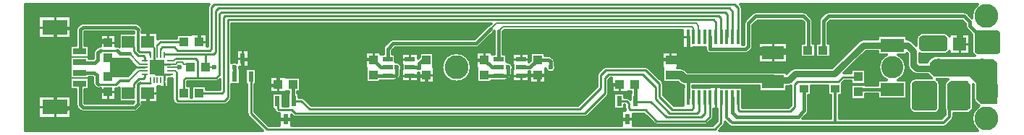
<source format=gtl>
G04 DesignSpark PCB Gerber Version 10.0 Build 5299*
G04 #@! TF.Part,Single*
G04 #@! TF.FileFunction,Copper,L1,Top*
G04 #@! TF.FilePolarity,Positive*
%FSLAX35Y35*%
%MOMM*%
G04 #@! TA.AperFunction,SMDPad,CuDef*
%ADD104R,0.20000X0.80000*%
%ADD113R,0.45000X1.80000*%
%ADD100R,0.60000X1.25000*%
%ADD105R,0.80000X0.20000*%
%ADD108R,1.15000X0.60000*%
%ADD114R,1.60000X0.75000*%
%ADD109R,1.00000X1.09000*%
%ADD101R,1.05000X0.85000*%
%ADD103R,1.09000X1.00000*%
%ADD111R,1.60000X1.00000*%
%ADD107R,1.52400X1.39700*%
%ADD112R,1.60000X1.50000*%
%ADD110R,2.70000X1.60000*%
%ADD102R,2.59080X1.60020*%
%ADD115R,3.00000X1.80000*%
%ADD106R,1.80000X1.80000*%
G04 #@! TD.AperFunction*
%ADD98C,0.16000*%
%ADD97C,0.18000*%
%ADD14C,0.20000*%
%ADD96C,0.20320*%
%ADD94C,0.25000*%
%ADD23C,0.25400*%
%ADD10C,0.30000*%
%ADD71C,0.38000*%
%ADD17C,0.38100*%
%ADD13C,0.60000*%
%ADD99C,0.80000*%
%ADD15C,1.00000*%
G04 #@! TA.AperFunction,ViaPad*
%ADD19C,2.00000*%
%ADD25C,2.60000*%
%ADD22C,2.80000*%
G04 #@! TD.AperFunction*
X0Y0D02*
D02*
D10*
X422050Y2109300D02*
Y629300D01*
X3195480D01*
X3025440Y799340D01*
G75*
G02*
X3012350Y830950I31610J31610D01*
G01*
Y1169500D01*
X2995050D01*
Y1358500D01*
X3119050D01*
Y1169500D01*
X3101750D01*
Y849470D01*
X3263520Y687700D01*
X3391650D01*
Y826300D01*
X3382000D01*
G75*
G02*
X3350320Y839460I0J44710D01*
G01*
X3337460Y852320D01*
G75*
G02*
X3324530Y879500I31550J31670D01*
G01*
X3305050D01*
Y1068500D01*
X3429050D01*
Y915700D01*
X3495050D01*
Y1068500D01*
X3499900D01*
Y1087300D01*
X3468050D01*
Y1078900D01*
X3278250D01*
Y1259700D01*
X3468050D01*
Y1251300D01*
X3637450D01*
Y1087300D01*
X3602000D01*
Y1068500D01*
X3619050D01*
Y1018700D01*
X3645940D01*
G75*
G02*
X3677610Y1005610I60J-44710D01*
G01*
X3760520Y922700D01*
X6887480D01*
X7108300Y1143520D01*
Y1280000D01*
G75*
G02*
X7121390Y1311610I44700J0D01*
G01*
X7176390Y1366610D01*
G75*
G02*
X7208060Y1379700I31610J-31620D01*
G01*
X7677940D01*
G75*
G02*
X7709610Y1366610I60J-44710D01*
G01*
X7868610Y1207610D01*
G75*
G02*
X7881700Y1176000I-31610J-31610D01*
G01*
Y1041520D01*
X8001520Y921700D01*
X8115050D01*
Y1136300D01*
X8118500D01*
Y1153140D01*
G75*
G02*
X8074120Y1176020I13600J80860D01*
G01*
X8051730Y1198400D01*
X8044050D01*
Y1193900D01*
X7880050D01*
Y1363300D01*
X7871650D01*
Y1553100D01*
X8052450D01*
Y1363300D01*
X8044050D01*
Y1362400D01*
X8085600D01*
G75*
G02*
X8143680Y1338380I90J-82000D01*
G01*
X8166070Y1316000D01*
X9162050D01*
G75*
G02*
X9189970Y1311100I0J-82000D01*
G01*
X9323600D01*
Y1292520D01*
X9375990Y1344910D01*
G75*
G02*
X9426950Y1366000I50910J-50910D01*
G01*
X9857180D01*
X10171390Y1680210D01*
G75*
G02*
X10222350Y1701300I50910J-50910D01*
G01*
X10395000D01*
Y1741300D01*
X10729000D01*
Y1701300D01*
X10737650D01*
G75*
G02*
X10788610Y1680210I50J-72000D01*
G01*
X10844220Y1624600D01*
Y1713000D01*
G75*
G02*
X10856790Y1743290I42780J0D01*
G01*
X10878710Y1765210D01*
G75*
G02*
X10909000Y1777780I30290J-30210D01*
G01*
X11171000D01*
G75*
G02*
X11201290Y1765210I0J-42780D01*
G01*
X11222210Y1744290D01*
G75*
G02*
X11226600Y1739160I-30200J-30290D01*
G01*
Y1759400D01*
X11467400D01*
Y1528600D01*
X11226600D01*
Y1556840D01*
G75*
G02*
X11222250Y1551750I-34600J25160D01*
G01*
X11205250Y1534750D01*
G75*
G02*
X11174910Y1522220I-30250J30250D01*
G01*
X10911090D01*
G75*
G02*
X10880750Y1534750I-90J42780D01*
G01*
X10880000Y1535500D01*
Y1428000D01*
X10964940D01*
G75*
G02*
X10975790Y1446290I41060J-11990D01*
G01*
X11020710Y1491210D01*
G75*
G02*
X11051000Y1503780I30290J-30210D01*
G01*
X11524720D01*
X11505750Y1522750D01*
G75*
G02*
X11493220Y1553000I30250J30250D01*
G01*
G75*
G02*
Y1553020I18790J10D01*
G01*
G75*
G02*
Y1553090I21800J40D01*
G01*
Y1757580D01*
X11429910Y1820890D01*
G75*
G02*
X11414950Y1857000I36090J36110D01*
G01*
Y1883850D01*
X11380550Y1918250D01*
X9834150D01*
X9805050Y1889150D01*
Y1651300D01*
X9837450D01*
Y1487300D01*
X9664450D01*
Y1651300D01*
X9702950D01*
Y1910300D01*
G75*
G02*
X9717910Y1946410I51050J0D01*
G01*
X9776890Y2005390D01*
G75*
G02*
X9813000Y2020350I36110J-36090D01*
G01*
X11401700D01*
G75*
G02*
X11437810Y2005390I0J-51050D01*
G01*
X11490890Y1952300D01*
G75*
G02*
X11490050Y1969300I171230J16980D01*
G01*
G75*
G02*
X11562130Y2109300I172000J0D01*
G01*
X8779630D01*
X8791470Y2097470D01*
G75*
G02*
X8804500Y2066000I-31470J-31460D01*
G01*
G75*
G02*
Y2065980I-15700J-10D01*
G01*
G75*
G02*
Y2065920I-15630J-30D01*
G01*
Y1846300D01*
X8809050D01*
Y1632050D01*
X8823850D01*
X8828950Y1637150D01*
Y1887300D01*
G75*
G02*
X8843910Y1923410I51050J0D01*
G01*
X8925890Y2005390D01*
G75*
G02*
X8962000Y2020350I36110J-36090D01*
G01*
X9522000D01*
G75*
G02*
X9558110Y2005390I0J-51050D01*
G01*
X9612090Y1951410D01*
G75*
G02*
X9627050Y1915300I-36090J-36110D01*
G01*
Y1651300D01*
X9659650D01*
Y1487300D01*
X9486650D01*
Y1651300D01*
X9524950D01*
Y1894150D01*
X9500850Y1918250D01*
X8983150D01*
X8931050Y1866150D01*
Y1616000D01*
G75*
G02*
X8916090Y1579890I-51050J0D01*
G01*
X8881110Y1544910D01*
G75*
G02*
X8845000Y1529950I-36110J36090D01*
G01*
X8430000D01*
G75*
G02*
X8393780Y1545020I0J51050D01*
G01*
X8393570Y1545230D01*
G75*
G02*
X8378500Y1581450I35980J36220D01*
G01*
Y1602300D01*
X8232450D01*
Y1593900D01*
X8106650D01*
Y1803000D01*
X6024400D01*
X6008050Y1786650D01*
Y1526000D01*
X6046500D01*
Y1439400D01*
X6054900D01*
Y1430590D01*
G75*
G02*
X6113050Y1333820I7100J-61590D01*
G01*
Y1291870D01*
G75*
G02*
Y1291780I-36060J-40D01*
G01*
G75*
G02*
Y1291750I-35810J-10D01*
G01*
G75*
G02*
X6098100Y1255650I-51050J0D01*
G01*
X6081050Y1238600D01*
G75*
G02*
X6046500Y1223670I-36100J36100D01*
G01*
Y1212000D01*
X5869050D01*
Y1193600D01*
X5705050D01*
Y1363000D01*
X5696650D01*
Y1552800D01*
X5877450D01*
Y1526000D01*
X5905950D01*
Y1794450D01*
G75*
G02*
X5896390Y1781190I-45660J22850D01*
G01*
X5730110Y1614910D01*
G75*
G02*
X5694000Y1599950I-36110J36090D01*
G01*
X4741150D01*
X4708100Y1566900D01*
Y1526000D01*
X4746550D01*
Y1439400D01*
X4754950D01*
Y1430590D01*
G75*
G02*
X4812660Y1333180I7100J-61600D01*
G01*
X4812050Y1284440D01*
G75*
G02*
X4797100Y1248850I-51050J510D01*
G01*
X4786150Y1237900D01*
G75*
G02*
X4749930Y1222950I-36100J36100D01*
G01*
X4746550D01*
Y1212000D01*
X4569050D01*
Y1193600D01*
X4405050D01*
Y1363000D01*
X4396650D01*
Y1552800D01*
X4577450D01*
Y1526000D01*
X4606000D01*
Y1588050D01*
G75*
G02*
X4620960Y1624160I51050J0D01*
G01*
X4683890Y1687090D01*
G75*
G02*
X4720000Y1702050I36110J-36090D01*
G01*
X5672850D01*
X5821060Y1850260D01*
G75*
G02*
X5851120Y1867820I39240J-32670D01*
G01*
X5866800Y1883500D01*
X2833500D01*
Y1423280D01*
G75*
G02*
X2891650Y1424790I30500J-53980D01*
G01*
Y1576900D01*
X3032450D01*
Y1371100D01*
X2925970D01*
G75*
G02*
X2926000Y1369300I-62000J-1930D01*
G01*
G75*
G02*
X2925050Y1358500I-62010J10D01*
G01*
X2929050D01*
Y1169500D01*
X2833500D01*
Y1016080D01*
G75*
G02*
Y1016020I-15630J-30D01*
G01*
G75*
G02*
Y1016000I-15700J-10D01*
G01*
G75*
G02*
X2820470Y984530I-44500J-10D01*
G01*
X2780470Y944530D01*
G75*
G02*
X2748920Y931500I-31460J31480D01*
G01*
X2201080D01*
G75*
G02*
X2169530Y944530I-90J44510D01*
G01*
X2153530Y960530D01*
G75*
G02*
X2140500Y992000I31470J31460D01*
G01*
G75*
G02*
Y992020I15700J10D01*
G01*
G75*
G02*
Y992080I15630J30D01*
G01*
Y1238900D01*
X2092450D01*
Y1138900D01*
X1991650D01*
Y1147300D01*
X1967950D01*
Y959050D01*
X1784120D01*
G75*
G02*
X1773150Y903200I-47070J-19760D01*
G01*
X1733160Y863210D01*
G75*
G02*
X1697050Y848250I-36110J36090D01*
G01*
X1092050D01*
G75*
G02*
X1055940Y863210I0J51050D01*
G01*
X1025960Y893190D01*
G75*
G02*
X1011000Y929300I36090J36110D01*
G01*
Y1112300D01*
X940050D01*
Y1626300D01*
X1011000D01*
Y1809300D01*
G75*
G02*
X1025960Y1845410I51050J0D01*
G01*
X1055940Y1875390D01*
G75*
G02*
X1092050Y1890350I36110J-36090D01*
G01*
X1707050D01*
G75*
G02*
X1743160Y1875390I0J-51050D01*
G01*
X1773150Y1845400D01*
G75*
G02*
X1784050Y1789370I-36110J-36100D01*
G01*
Y1779550D01*
X1967950D01*
Y1700880D01*
G75*
G02*
X1999300Y1713800I31350J-31580D01*
G01*
X2186650D01*
Y1751300D01*
X2356050D01*
Y1759700D01*
X2545850D01*
Y1614500D01*
X2550500D01*
Y2074000D01*
G75*
G02*
X2563590Y2105520I44500J0D01*
G01*
X2567370Y2109300D01*
X422050D01*
X8992100Y1659900D02*
X9332000D01*
Y1419100D01*
X8992100D01*
Y1659900D01*
X6613080Y1404550D02*
G75*
G02*
X6624070Y1369300I-51040J-35250D01*
G01*
G75*
G02*
X6502450Y1352140I-62020J0D01*
G01*
Y1185200D01*
X6321650D01*
Y1317950D01*
X6314900D01*
Y1203600D01*
X6119100D01*
Y1344400D01*
X6127500D01*
Y1393600D01*
X6119100D01*
Y1534400D01*
X6314900D01*
Y1432950D01*
X6330050Y1448100D01*
Y1544400D01*
X6494050D01*
Y1508950D01*
X6541100D01*
G75*
G02*
X6577210Y1493990I0J-51050D01*
G01*
X6598060Y1473130D01*
G75*
G02*
X6613050Y1437050I-36060J-36130D01*
G01*
X6613080Y1404550D01*
X5194050Y1375000D02*
X5202450D01*
Y1185200D01*
X5021650D01*
Y1303090D01*
G75*
G02*
X5014950Y1303820I3360J61910D01*
G01*
Y1203600D01*
X4819150D01*
Y1344400D01*
X4827550D01*
Y1393600D01*
X4819150D01*
Y1534400D01*
X5014950D01*
Y1474150D01*
X5030050Y1489250D01*
Y1544400D01*
X5194050D01*
Y1375000D01*
X5290050Y1369300D02*
G75*
G02*
X5634050I172000J0D01*
G01*
G75*
G02*
X5290050I-172000J0D01*
G01*
X571650Y1036150D02*
X952450D01*
Y775350D01*
X571650D01*
Y1036150D01*
Y1969600D02*
X952450D01*
Y1708800D01*
X571650D01*
Y1969600D01*
X437050Y905750D02*
G36*
X437050Y905750D02*
Y644300D01*
X3180480D01*
X3025440Y799340D01*
G75*
G02*
X3012350Y830930I31580J31590D01*
G01*
G75*
G02*
Y830950I60310J10D01*
G01*
Y905750D01*
X1775530D01*
G75*
G02*
X1773150Y903200I-38490J33530D01*
G01*
X1733160Y863210D01*
G75*
G02*
X1697050Y848250I-36130J36140D01*
G01*
X1092050D01*
G75*
G02*
X1055940Y863210I20J51100D01*
G01*
X1025960Y893190D01*
G75*
G02*
X1016760Y905750I36140J36120D01*
G01*
X952450D01*
Y775350D01*
X571650D01*
Y905750D01*
X437050D01*
G37*
X3101750D02*
G36*
X3101750Y905750D02*
Y849470D01*
X3263520Y687700D01*
X3391650D01*
Y826300D01*
X3382000D01*
G75*
G02*
X3350320Y839460I0J44710D01*
G01*
X3337460Y852320D01*
G75*
G02*
X3324530Y879500I31570J31680D01*
G01*
X3305050D01*
Y905750D01*
X3101750D01*
G37*
X437050Y1364800D02*
G36*
X437050Y1364800D02*
Y905750D01*
X571650D01*
Y1036150D01*
X952450D01*
Y905750D01*
X1016760D01*
G75*
G02*
X1011000Y929300I45340J23570D01*
G01*
Y1112300D01*
X940050D01*
Y1364800D01*
X437050D01*
G37*
X1788100Y939290D02*
G36*
X1788100Y939290D02*
G75*
G02*
X1775530Y905750I-51050J10D01*
G01*
X3012350D01*
Y1169500D01*
X2995050D01*
Y1358500D01*
X3119050D01*
Y1169500D01*
X3101750D01*
Y905750D01*
X3305050D01*
Y1068500D01*
X3429050D01*
Y915700D01*
X3495050D01*
Y1068500D01*
X3499900D01*
Y1087300D01*
X3468050D01*
Y1078900D01*
X3278250D01*
Y1259700D01*
X3468050D01*
Y1251300D01*
X3637450D01*
Y1087300D01*
X3602000D01*
Y1068500D01*
X3619050D01*
Y1018700D01*
X3645940D01*
G75*
G02*
X3677610Y1005610I60J-44700D01*
G01*
X3760520Y922700D01*
X6887480D01*
X7108300Y1143520D01*
Y1280000D01*
G75*
G02*
Y1280020I60310J10D01*
G01*
G75*
G02*
X7121390Y1311610I44670J0D01*
G01*
X7174580Y1364800D01*
X6623910D01*
G75*
G02*
X6502450Y1352140I-61860J4500D01*
G01*
Y1185200D01*
X6321650D01*
Y1317950D01*
X6314900D01*
Y1203600D01*
X6119100D01*
Y1344400D01*
X6127500D01*
Y1364800D01*
X6123850D01*
G75*
G02*
X6113050Y1333820I-61860J4190D01*
G01*
Y1291870D01*
Y1291780D01*
Y1291750D01*
G75*
G02*
Y1291720I-49110J-10D01*
G01*
G75*
G02*
X6098100Y1255650I-50990J0D01*
G01*
X6081050Y1238600D01*
G75*
G02*
X6046500Y1223670I-36130J36170D01*
G01*
Y1212000D01*
X5869050D01*
Y1193600D01*
X5705050D01*
Y1363000D01*
X5696650D01*
Y1364800D01*
X5633990D01*
G75*
G02*
X5290110I-171940J4500D01*
G01*
X5202450D01*
Y1185200D01*
X5021650D01*
Y1303090D01*
G75*
G02*
X5014950Y1303820I3080J59410D01*
G01*
Y1203600D01*
X4819150D01*
Y1344400D01*
X4827550D01*
Y1364800D01*
X4823910D01*
G75*
G02*
X4812660Y1333180I-61860J4200D01*
G01*
X4812050Y1284440D01*
G75*
G02*
X4797100Y1248850I-51050J510D01*
G01*
X4786150Y1237900D01*
G75*
G02*
X4749930Y1222950I-36090J36090D01*
G01*
X4746550D01*
Y1212000D01*
X4569050D01*
Y1193600D01*
X4405050D01*
Y1363000D01*
X4396650D01*
Y1364800D01*
X2925830D01*
G75*
G02*
X2925050Y1358500I-62250J4510D01*
G01*
X2929050D01*
Y1169500D01*
X2833500D01*
Y1016080D01*
Y1016020D01*
Y1016000D01*
G75*
G02*
X2820470Y984530I-44560J20D01*
G01*
X2780470Y944530D01*
G75*
G02*
X2748920Y931500I-31470J31490D01*
G01*
X2201080D01*
G75*
G02*
X2169530Y944530I-80J44520D01*
G01*
X2153530Y960530D01*
G75*
G02*
X2140500Y992000I31530J31490D01*
G01*
Y992020D01*
Y992080D01*
Y1238900D01*
X2092450D01*
Y1138900D01*
X1991650D01*
Y1147300D01*
X1967950D01*
Y959050D01*
X1784120D01*
G75*
G02*
X1788100Y939290I-47080J-19760D01*
G01*
G37*
X7711420Y1364800D02*
G36*
X7711420Y1364800D02*
X7868610Y1207610D01*
G75*
G02*
X7881700Y1176020I-31580J-31590D01*
G01*
G75*
G02*
Y1176000I-60310J-10D01*
G01*
Y1041520D01*
X8001520Y921700D01*
X8115050D01*
Y1136300D01*
X8118500D01*
Y1153140D01*
G75*
G02*
X8074120Y1176020I13620J80900D01*
G01*
X8051730Y1198400D01*
X8044050D01*
Y1193900D01*
X7880050D01*
Y1363300D01*
X7871650D01*
Y1364800D01*
X7711420D01*
G37*
X8044050Y1363300D02*
G36*
X8044050Y1363300D02*
Y1362400D01*
X8085600D01*
G75*
G02*
X8143680Y1338380I110J-81960D01*
G01*
X8166070Y1316000D01*
X9162050D01*
G75*
G02*
X9189970Y1311100I40J-81760D01*
G01*
X9323600D01*
Y1292520D01*
X9375990Y1344910D01*
G75*
G02*
X9413800Y1364800I50900J-50880D01*
G01*
X8052450D01*
Y1363300D01*
X8044050D01*
G37*
X437050Y1539500D02*
G36*
X437050Y1539500D02*
Y1364800D01*
X940050D01*
Y1539500D01*
X437050D01*
G37*
X2833500D02*
G36*
X2833500Y1539500D02*
Y1423280D01*
G75*
G02*
X2891650Y1424790I30500J-53960D01*
G01*
Y1539500D01*
X2833500D01*
G37*
X2926000Y1369300D02*
G36*
X2926000Y1369300D02*
G75*
G02*
X2925830Y1364800I-62430J110D01*
G01*
X4396650D01*
Y1539500D01*
X3032450D01*
Y1371100D01*
X2925970D01*
G75*
G02*
X2926000Y1369300I-81060J-2250D01*
G01*
G37*
X4577450Y1539500D02*
G36*
X4577450Y1539500D02*
Y1526000D01*
X4606000D01*
Y1539500D01*
X4577450D01*
G37*
X4708100D02*
G36*
X4708100Y1539500D02*
Y1526000D01*
X4746550D01*
Y1439400D01*
X4754950D01*
Y1430590D01*
G75*
G02*
X4824050Y1368990I7090J-61600D01*
G01*
G75*
G02*
X4823910Y1364800I-61940J-30D01*
G01*
X4827550D01*
Y1393600D01*
X4819150D01*
Y1534400D01*
X5014950D01*
Y1474150D01*
X5030050Y1489250D01*
Y1539500D01*
X4708100D01*
G37*
X5194050D02*
G36*
X5194050Y1539500D02*
Y1375000D01*
X5202450D01*
Y1364800D01*
X5290110D01*
G75*
G02*
X5290050Y1369300I171960J4540D01*
G01*
G75*
G02*
X5437230Y1539500I172000J0D01*
G01*
X5194050D01*
G37*
X5634050Y1369300D02*
G36*
X5634050Y1369300D02*
G75*
G02*
X5633990Y1364800I-172020J40D01*
G01*
X5696650D01*
Y1539500D01*
X5486870D01*
G75*
G02*
X5634050Y1369300I-24820J-170200D01*
G01*
G37*
X5877450Y1539500D02*
G36*
X5877450Y1539500D02*
Y1526000D01*
X5905950D01*
Y1539500D01*
X5877450D01*
G37*
X6008050D02*
G36*
X6008050Y1539500D02*
Y1526000D01*
X6046500D01*
Y1439400D01*
X6054900D01*
Y1430590D01*
G75*
G02*
X6124000Y1369000I7100J-61590D01*
G01*
G75*
G02*
X6123850Y1364800I-62040J110D01*
G01*
X6127500D01*
Y1393600D01*
X6119100D01*
Y1534400D01*
X6314900D01*
Y1432950D01*
X6330050Y1448100D01*
Y1539500D01*
X6008050D01*
G37*
X6494050D02*
G36*
X6494050Y1539500D02*
Y1508950D01*
X6541100D01*
G75*
G02*
X6577210Y1493990I-20J-51100D01*
G01*
X6598060Y1473130D01*
G75*
G02*
X6613050Y1437050I-36100J-36150D01*
G01*
X6613080Y1404550D01*
G75*
G02*
X6624070Y1369300I-51030J-35250D01*
G01*
G75*
G02*
X6623910Y1364800I-62030J-50D01*
G01*
X7174580D01*
X7176390Y1366610D01*
G75*
G02*
X7208060Y1379700I31610J-31610D01*
G01*
X7677940D01*
G75*
G02*
X7709610Y1366610I60J-44700D01*
G01*
X7711420Y1364800D01*
X7871650D01*
Y1539500D01*
X6494050D01*
G37*
X8052450D02*
G36*
X8052450Y1539500D02*
Y1364800D01*
X9413800D01*
G75*
G02*
X9426950Y1366000I13090J-70800D01*
G01*
X9857180D01*
X10030680Y1539500D01*
X9837450D01*
Y1487300D01*
X9664450D01*
Y1539500D01*
X9659650D01*
Y1487300D01*
X9486650D01*
Y1539500D01*
X9332000D01*
Y1419100D01*
X8992100D01*
Y1539500D01*
X8874730D01*
G75*
G02*
X8845000Y1529950I-29750J41550D01*
G01*
X8430000D01*
G75*
G02*
X8400270Y1539500I20J51110D01*
G01*
X8052450D01*
G37*
X10880000Y1535500D02*
G36*
X10880000Y1535500D02*
Y1428000D01*
X10964940D01*
G75*
G02*
X10975790Y1446290I41050J-11990D01*
G01*
X11020710Y1491210D01*
G75*
G02*
X11051000Y1503780I30300J-30230D01*
G01*
X11524720D01*
X11505750Y1522750D01*
G75*
G02*
X11495410Y1539500I30300J30270D01*
G01*
X11467400D01*
Y1528600D01*
X11226600D01*
Y1539500D01*
X11210000D01*
X11205250Y1534750D01*
G75*
G02*
X11174910Y1522220I-30250J30260D01*
G01*
X10911090D01*
G75*
G02*
X10880750Y1534750I-90J42790D01*
G01*
X10880000Y1535500D01*
G37*
X437050Y1839200D02*
G36*
X437050Y1839200D02*
Y1539500D01*
X940050D01*
Y1626300D01*
X1011000D01*
Y1809300D01*
G75*
G02*
X1020670Y1839200I51100J-10D01*
G01*
X952450D01*
Y1708800D01*
X571650D01*
Y1839200D01*
X437050D01*
G37*
X1784050Y1789370D02*
G36*
X1784050Y1789370D02*
Y1779550D01*
X1967950D01*
Y1700880D01*
G75*
G02*
X1999300Y1713800I31370J-31630D01*
G01*
X2186650D01*
Y1751300D01*
X2356050D01*
Y1759700D01*
X2545850D01*
Y1614500D01*
X2550500D01*
Y1839200D01*
X1778430D01*
G75*
G02*
X1788100Y1809300I-41390J-29900D01*
G01*
G75*
G02*
X1784050Y1789370I-51070J0D01*
G01*
G37*
X2833500Y1839200D02*
G36*
X2833500Y1839200D02*
Y1539500D01*
X2891650D01*
Y1576900D01*
X3032450D01*
Y1539500D01*
X4396650D01*
Y1552800D01*
X4577450D01*
Y1539500D01*
X4606000D01*
Y1588050D01*
G75*
G02*
X4620960Y1624160I51100J-20D01*
G01*
X4683890Y1687090D01*
G75*
G02*
X4720000Y1702050I36130J-36140D01*
G01*
X5672850D01*
X5810000Y1839200D01*
X2833500D01*
G37*
X4708100Y1566900D02*
G36*
X4708100Y1566900D02*
Y1539500D01*
X5030050D01*
Y1544400D01*
X5194050D01*
Y1539500D01*
X5437230D01*
G75*
G02*
X5486870I24820J-170220D01*
G01*
X5696650D01*
Y1552800D01*
X5877450D01*
Y1539500D01*
X5905950D01*
Y1794450D01*
G75*
G02*
X5896390Y1781190I-46060J23130D01*
G01*
X5730110Y1614910D01*
G75*
G02*
X5694000Y1599950I-36130J36140D01*
G01*
X4741150D01*
X4708100Y1566900D01*
G37*
X6008050Y1786650D02*
G36*
X6008050Y1786650D02*
Y1539500D01*
X6330050D01*
Y1544400D01*
X6494050D01*
Y1539500D01*
X7871650D01*
Y1553100D01*
X8052450D01*
Y1539500D01*
X8400270D01*
G75*
G02*
X8393780Y1545020I29750J41550D01*
G01*
X8393570Y1545230D01*
G75*
G02*
X8378500Y1581450I35990J36220D01*
G01*
Y1602300D01*
X8232450D01*
Y1593900D01*
X8106650D01*
Y1803000D01*
X6024400D01*
X6008050Y1786650D01*
G37*
X8809050Y1839200D02*
G36*
X8809050Y1839200D02*
Y1632050D01*
X8823850D01*
X8828950Y1637150D01*
Y1839200D01*
X8809050D01*
G37*
X8881110Y1544910D02*
G36*
X8881110Y1544910D02*
G75*
G02*
X8874730Y1539500I-36130J36140D01*
G01*
X8992100D01*
Y1659900D01*
X9332000D01*
Y1539500D01*
X9486650D01*
Y1651300D01*
X9524950D01*
Y1839200D01*
X8931050D01*
Y1616000D01*
G75*
G02*
X8916090Y1579890I-51100J20D01*
G01*
X8881110Y1544910D01*
G37*
X9627050Y1839200D02*
G36*
X9627050Y1839200D02*
Y1651300D01*
X9659650D01*
Y1539500D01*
X9664450D01*
Y1651300D01*
X9702950D01*
Y1839200D01*
X9627050D01*
G37*
X9805050D02*
G36*
X9805050Y1839200D02*
Y1651300D01*
X9837450D01*
Y1539500D01*
X10030680D01*
X10171390Y1680210D01*
G75*
G02*
X10222350Y1701300I50900J-50880D01*
G01*
X10395000D01*
Y1741300D01*
X10729000D01*
Y1701300D01*
X10737650D01*
G75*
G02*
X10788610Y1680210I60J-71970D01*
G01*
X10844220Y1624600D01*
Y1713000D01*
G75*
G02*
X10856790Y1743290I42800J-10D01*
G01*
X10878710Y1765210D01*
G75*
G02*
X10909000Y1777780I30300J-30230D01*
G01*
X11171000D01*
G75*
G02*
X11201290Y1765210I-10J-42800D01*
G01*
X11222210Y1744290D01*
G75*
G02*
X11226600Y1739160I-29820J-29960D01*
G01*
Y1759400D01*
X11467400D01*
Y1539500D01*
X11495410D01*
G75*
G02*
X11493220Y1553000I40640J13520D01*
G01*
Y1553020D01*
Y1553090D01*
Y1757580D01*
X11429910Y1820890D01*
G75*
G02*
X11418160Y1839200I36140J36120D01*
G01*
X9805050D01*
G37*
X11222250Y1551750D02*
G36*
X11222250Y1551750D02*
X11210000Y1539500D01*
X11226600D01*
Y1556840D01*
G75*
G02*
X11222250Y1551750I-35550J25980D01*
G01*
G37*
X437050Y2094300D02*
G36*
X437050Y2094300D02*
Y1839200D01*
X571650D01*
Y1969600D01*
X952450D01*
Y1839200D01*
X1020670D01*
G75*
G02*
X1025960Y1845410I41430J-29930D01*
G01*
X1055940Y1875390D01*
G75*
G02*
X1092050Y1890350I36130J-36140D01*
G01*
X1707050D01*
G75*
G02*
X1743160Y1875390I-20J-51100D01*
G01*
X1773150Y1845400D01*
G75*
G02*
X1778430Y1839200I-36110J-36100D01*
G01*
X2550500D01*
Y2074000D01*
G75*
G02*
X2555400Y2094300I44490J0D01*
G01*
X437050D01*
G37*
X2833500Y1883500D02*
G36*
X2833500Y1883500D02*
Y1839200D01*
X5810000D01*
X5821060Y1850260D01*
G75*
G02*
X5851120Y1867820I39260J-32700D01*
G01*
X5866800Y1883500D01*
X2833500D01*
G37*
X8804500Y2065920D02*
G36*
X8804500Y2065920D02*
Y1846300D01*
X8809050D01*
Y1839200D01*
X8828950D01*
Y1887300D01*
G75*
G02*
X8843910Y1923410I51100J-20D01*
G01*
X8925890Y2005390D01*
G75*
G02*
X8962000Y2020350I36130J-36140D01*
G01*
X9522000D01*
G75*
G02*
X9558110Y2005390I-20J-51100D01*
G01*
X9612090Y1951410D01*
G75*
G02*
X9627050Y1915300I-36140J-36130D01*
G01*
Y1839200D01*
X9702950D01*
Y1910300D01*
G75*
G02*
X9717910Y1946410I51100J-20D01*
G01*
X9776890Y2005390D01*
G75*
G02*
X9813000Y2020350I36130J-36140D01*
G01*
X11401700D01*
G75*
G02*
X11437810Y2005390I-20J-51100D01*
G01*
X11490890Y1952300D01*
G75*
G02*
X11490050Y1969300I171560J17000D01*
G01*
G75*
G02*
X11543900Y2094300I172020J-10D01*
G01*
X8794350D01*
G75*
G02*
X8804500Y2066000I-34410J-28310D01*
G01*
Y2065980D01*
Y2065920D01*
G37*
X8931050Y1866150D02*
G36*
X8931050Y1866150D02*
Y1839200D01*
X9524950D01*
Y1894150D01*
X9500850Y1918250D01*
X8983150D01*
X8931050Y1866150D01*
G37*
X9805050Y1889150D02*
G36*
X9805050Y1889150D02*
Y1839200D01*
X11418160D01*
G75*
G02*
X11414950Y1857000I47890J17830D01*
G01*
Y1883850D01*
X11380550Y1918250D01*
X9834150D01*
X9805050Y1889150D01*
G37*
X1113100Y1112300D02*
Y950450D01*
X1113200Y950350D01*
X1675900D01*
X1690050Y964500D01*
Y967450D01*
X1514550D01*
Y1126740D01*
G75*
G02*
X1477450Y1119080I-28120J42540D01*
G01*
Y985500D01*
X1296650D01*
Y1123050D01*
G75*
G02*
X1238900Y1133180I-21650J46230D01*
G01*
X1218910Y1153170D01*
G75*
G02*
X1203950Y1189280I36090J36110D01*
G01*
Y1253850D01*
X1203850Y1253950D01*
X1164050D01*
Y1112300D01*
X1113100D01*
G36*
X1113100Y1112300D02*
Y950450D01*
X1113200Y950350D01*
X1675900D01*
X1690050Y964500D01*
Y967450D01*
X1514550D01*
Y1126740D01*
G75*
G02*
X1477450Y1119080I-28120J42540D01*
G01*
Y985500D01*
X1296650D01*
Y1123050D01*
G75*
G02*
X1238900Y1133180I-21650J46230D01*
G01*
X1218910Y1153170D01*
G75*
G02*
X1203950Y1189280I36090J36110D01*
G01*
Y1253850D01*
X1203850Y1253950D01*
X1164050D01*
Y1112300D01*
X1113100D01*
G37*
Y1788150D02*
Y1626300D01*
X1164050D01*
Y1476050D01*
X1213850D01*
X1213950Y1476150D01*
Y1539280D01*
G75*
G02*
X1228910Y1575390I51050J0D01*
G01*
X1258900Y1605380D01*
G75*
G02*
X1296650Y1620300I36090J-36100D01*
G01*
Y1753100D01*
X1477450D01*
Y1618940D01*
G75*
G02*
X1514550Y1613650I11850J-49660D01*
G01*
Y1771150D01*
X1690050D01*
Y1784100D01*
X1685900Y1788250D01*
X1113200D01*
X1113100Y1788150D01*
G36*
X1113100Y1788150D02*
Y1626300D01*
X1164050D01*
Y1476050D01*
X1213850D01*
X1213950Y1476150D01*
Y1539280D01*
G75*
G02*
X1228910Y1575390I51050J0D01*
G01*
X1258900Y1605380D01*
G75*
G02*
X1296650Y1620300I36090J-36100D01*
G01*
Y1753100D01*
X1477450D01*
Y1618940D01*
G75*
G02*
X1514550Y1613650I11850J-49660D01*
G01*
Y1771150D01*
X1690050D01*
Y1784100D01*
X1685900Y1788250D01*
X1113200D01*
X1113100Y1788150D01*
G37*
X1752750Y1549300D02*
X1737050Y1565000D01*
Y1809300D01*
X1761350Y1189300D02*
X1737050Y1165000D01*
Y939300D01*
X2317500Y1204800D02*
Y1151300D01*
X2359650D01*
Y1020500D01*
X2364450D01*
Y1151300D01*
X2537450D01*
Y1114000D01*
X2695300D01*
Y1228380D01*
X2684610Y1217690D01*
G75*
G02*
X2652940Y1204600I-31610J31620D01*
G01*
X2437050D01*
G75*
G02*
X2432830Y1204800I0J44660D01*
G01*
X2317500D01*
G36*
X2317500Y1204800D02*
Y1151300D01*
X2359650D01*
Y1020500D01*
X2364450D01*
Y1151300D01*
X2537450D01*
Y1114000D01*
X2695300D01*
Y1228380D01*
X2684610Y1217690D01*
G75*
G02*
X2652940Y1204600I-31610J31620D01*
G01*
X2437050D01*
G75*
G02*
X2432830Y1204800I0J44660D01*
G01*
X2317500D01*
G37*
X3532450Y809330D02*
Y687700D01*
X7391650D01*
Y867200D01*
X7439500D01*
G75*
G02*
X7431300Y893000I36500J25800D01*
G01*
Y929480D01*
X7431180Y929600D01*
X7429050D01*
Y879800D01*
X7305050D01*
Y1068800D01*
X7429050D01*
Y1019000D01*
X7449640D01*
G75*
G02*
X7481310Y1005910I60J-44710D01*
G01*
X7495050Y992170D01*
Y1068800D01*
X7506950D01*
Y1087300D01*
X7468050D01*
Y1078900D01*
X7278250D01*
Y1241300D01*
X7263520D01*
X7245700Y1223480D01*
Y1066000D01*
G75*
G02*
X7232610Y1034390I-44700J0D01*
G01*
X6996610Y798390D01*
G75*
G02*
X6964940Y785300I-31610J31620D01*
G01*
X3575000D01*
G75*
G02*
X3543320Y798460I0J44710D01*
G01*
X3532450Y809330D01*
G36*
X3532450Y809330D02*
Y687700D01*
X7391650D01*
Y867200D01*
X7439500D01*
G75*
G02*
X7431300Y893000I36500J25800D01*
G01*
Y929480D01*
X7431180Y929600D01*
X7429050D01*
Y879800D01*
X7305050D01*
Y1068800D01*
X7429050D01*
Y1019000D01*
X7449640D01*
G75*
G02*
X7481310Y1005910I60J-44710D01*
G01*
X7495050Y992170D01*
Y1068800D01*
X7506950D01*
Y1087300D01*
X7468050D01*
Y1078900D01*
X7278250D01*
Y1241300D01*
X7263520D01*
X7245700Y1223480D01*
Y1066000D01*
G75*
G02*
X7232610Y1034390I-44700J0D01*
G01*
X6996610Y798390D01*
G75*
G02*
X6964940Y785300I-31610J31620D01*
G01*
X3575000D01*
G75*
G02*
X3543320Y798460I0J44710D01*
G01*
X3532450Y809330D01*
G37*
X7532450Y825300D02*
Y687700D01*
X8465480D01*
X8513300Y735520D01*
Y883900D01*
X8472700D01*
Y795000D01*
G75*
G02*
X8459610Y763390I-44700J0D01*
G01*
X8405610Y709390D01*
G75*
G02*
X8373940Y696300I-31610J31620D01*
G01*
X7805060D01*
G75*
G02*
X7773390Y709390I-60J44710D01*
G01*
X7657480Y825300D01*
X7532450D01*
G36*
X7532450Y825300D02*
Y687700D01*
X8465480D01*
X8513300Y735520D01*
Y883900D01*
X8472700D01*
Y795000D01*
G75*
G02*
X8459610Y763390I-44700J0D01*
G01*
X8405610Y709390D01*
G75*
G02*
X8373940Y696300I-31610J31620D01*
G01*
X7805060D01*
G75*
G02*
X7773390Y709390I-60J44710D01*
G01*
X7657480Y825300D01*
X7532450D01*
G37*
X8220600Y1152000D02*
Y1136300D01*
X8431650D01*
Y1144700D01*
X8557450D01*
Y1136300D01*
X8809050D01*
Y897700D01*
X9348660D01*
X9377480Y926520D01*
Y1151870D01*
G75*
G02*
X9352130Y1147280I-25300J67420D01*
G01*
X9323600D01*
Y1087100D01*
X9000500D01*
Y1152000D01*
X8220600D01*
G36*
X8220600Y1152000D02*
Y1136300D01*
X8431650D01*
Y1144700D01*
X8557450D01*
Y1136300D01*
X8809050D01*
Y897700D01*
X9348660D01*
X9377480Y926520D01*
Y1151870D01*
G75*
G02*
X9352130Y1147280I-25300J67420D01*
G01*
X9323600D01*
Y1087100D01*
X9000500D01*
Y1152000D01*
X8220600D01*
G37*
X8589610Y685390D02*
X8533520Y629300D01*
X11562130D01*
G75*
G02*
X11576600Y918570I99920J140000D01*
G01*
G75*
G02*
X11571710Y922790I25420J34400D01*
G01*
X11524790Y969710D01*
G75*
G02*
X11512220Y1000000I30210J30290D01*
G01*
Y1165280D01*
X11511690Y1165810D01*
G75*
G02*
X11511780Y1163000I-42660J-2770D01*
G01*
Y901390D01*
G75*
G02*
Y901320I-21800J-30D01*
G01*
G75*
G02*
Y901300I-18790J-10D01*
G01*
G75*
G02*
X11499250Y871050I-42780J0D01*
G01*
X11467250Y839050D01*
G75*
G02*
X11436910Y826520I-30250J30250D01*
G01*
X11278000D01*
Y788390D01*
G75*
G02*
Y788320I-20780J-30D01*
G01*
G75*
G02*
Y788300I-18190J-10D01*
G01*
G75*
G02*
X11263060Y752240I-51000J0D01*
G01*
X11194060Y683240D01*
G75*
G02*
X11157910Y668300I-36070J36060D01*
G01*
X8686090D01*
G75*
G02*
X8649940Y683240I-80J51000D01*
G01*
X8602700Y730480D01*
Y717000D01*
G75*
G02*
X8589610Y685390I-44700J0D01*
G01*
G36*
X8589610Y685390D02*
X8533520Y629300D01*
X11562130D01*
G75*
G02*
X11576600Y918570I99920J140000D01*
G01*
G75*
G02*
X11571710Y922790I25420J34400D01*
G01*
X11524790Y969710D01*
G75*
G02*
X11512220Y1000000I30210J30290D01*
G01*
Y1165280D01*
X11511690Y1165810D01*
G75*
G02*
X11511780Y1163000I-42660J-2770D01*
G01*
Y901390D01*
G75*
G02*
Y901320I-21800J-30D01*
G01*
G75*
G02*
Y901300I-18790J-10D01*
G01*
G75*
G02*
X11499250Y871050I-42780J0D01*
G01*
X11467250Y839050D01*
G75*
G02*
X11436910Y826520I-30250J30250D01*
G01*
X11278000D01*
Y788390D01*
G75*
G02*
Y788320I-20780J-30D01*
G01*
G75*
G02*
Y788300I-18190J-10D01*
G01*
G75*
G02*
X11263060Y752240I-51000J0D01*
G01*
X11194060Y683240D01*
G75*
G02*
X11157910Y668300I-36070J36060D01*
G01*
X8686090D01*
G75*
G02*
X8649940Y683240I-80J51000D01*
G01*
X8602700Y730480D01*
Y717000D01*
G75*
G02*
X8589610Y685390I-44700J0D01*
G01*
G37*
X9568080Y825190D02*
X9513200Y770300D01*
X9845000D01*
Y1044800D01*
X9807550D01*
Y1154300D01*
X9616550D01*
Y1044800D01*
X9583100D01*
X9583050Y861290D01*
G75*
G02*
X9568080Y825190I-51060J20D01*
G01*
G36*
X9568080Y825190D02*
X9513200Y770300D01*
X9845000D01*
Y1044800D01*
X9807550D01*
Y1154300D01*
X9616550D01*
Y1044800D01*
X9583100D01*
X9583050Y861290D01*
G75*
G02*
X9568080Y825190I-51060J20D01*
G01*
G37*
X9947000Y1044800D02*
Y770300D01*
X11136880D01*
X11176000Y809430D01*
Y872090D01*
G75*
G02*
X11174220Y884300I40990J12210D01*
G01*
Y1173000D01*
G75*
G02*
X11186790Y1203290I42780J0D01*
G01*
X11212710Y1229210D01*
G75*
G02*
X11213750Y1230220I30250J-30110D01*
G01*
X11082250D01*
G75*
G02*
X11083290Y1229210I-29210J-31120D01*
G01*
X11104210Y1208290D01*
G75*
G02*
X11116780Y1178000I-30210J-30290D01*
G01*
Y886390D01*
G75*
G02*
Y886320I-21800J-30D01*
G01*
G75*
G02*
Y886300I-18790J-10D01*
G01*
G75*
G02*
X11104250Y856050I-42780J0D01*
G01*
X11087250Y839050D01*
G75*
G02*
X11056910Y826520I-30250J30250D01*
G01*
X10824090D01*
G75*
G02*
X10793750Y839050I-90J42780D01*
G01*
X10769750Y863050D01*
G75*
G02*
X10757220Y893300I30250J30250D01*
G01*
G75*
G02*
Y893320I18790J10D01*
G01*
G75*
G02*
Y893390I21800J40D01*
G01*
Y1177000D01*
G75*
G02*
X10769790Y1207290I42780J0D01*
G01*
X10791710Y1229210D01*
G75*
G02*
X10822000Y1241780I30290J-30210D01*
G01*
X11019750D01*
G75*
G02*
X11018710Y1242790I29210J31120D01*
G01*
X10977500Y1284000D01*
X10848050D01*
G75*
G02*
X10797090Y1305090I-50J72000D01*
G01*
X10757090Y1345090D01*
G75*
G02*
X10736000Y1396000I50910J50910D01*
G01*
Y1529180D01*
X10729000Y1536180D01*
Y1517300D01*
X10627880D01*
G75*
G02*
Y1221300I-65880J-148000D01*
G01*
X10729000D01*
Y997300D01*
X10395000D01*
Y1058250D01*
X10244050D01*
Y993900D01*
X10080050D01*
Y1166900D01*
X10244050D01*
Y1160350D01*
X10395000D01*
Y1221300D01*
X10496120D01*
G75*
G02*
Y1517300I65880J148000D01*
G01*
X10395000D01*
Y1557300D01*
X10252120D01*
X9997520Y1302700D01*
X10080050D01*
Y1344700D01*
X10244050D01*
Y1171700D01*
X10080050D01*
Y1213300D01*
X10000520D01*
X9976550Y1189330D01*
Y1044800D01*
X9947000D01*
G36*
X9947000Y1044800D02*
Y770300D01*
X11136880D01*
X11176000Y809430D01*
Y872090D01*
G75*
G02*
X11174220Y884300I40990J12210D01*
G01*
Y1173000D01*
G75*
G02*
X11186790Y1203290I42780J0D01*
G01*
X11212710Y1229210D01*
G75*
G02*
X11213750Y1230220I30250J-30110D01*
G01*
X11082250D01*
G75*
G02*
X11083290Y1229210I-29210J-31120D01*
G01*
X11104210Y1208290D01*
G75*
G02*
X11116780Y1178000I-30210J-30290D01*
G01*
Y886390D01*
G75*
G02*
Y886320I-21800J-30D01*
G01*
G75*
G02*
Y886300I-18790J-10D01*
G01*
G75*
G02*
X11104250Y856050I-42780J0D01*
G01*
X11087250Y839050D01*
G75*
G02*
X11056910Y826520I-30250J30250D01*
G01*
X10824090D01*
G75*
G02*
X10793750Y839050I-90J42780D01*
G01*
X10769750Y863050D01*
G75*
G02*
X10757220Y893300I30250J30250D01*
G01*
G75*
G02*
Y893320I18790J10D01*
G01*
G75*
G02*
Y893390I21800J40D01*
G01*
Y1177000D01*
G75*
G02*
X10769790Y1207290I42780J0D01*
G01*
X10791710Y1229210D01*
G75*
G02*
X10822000Y1241780I30290J-30210D01*
G01*
X11019750D01*
G75*
G02*
X11018710Y1242790I29210J31120D01*
G01*
X10977500Y1284000D01*
X10848050D01*
G75*
G02*
X10797090Y1305090I-50J72000D01*
G01*
X10757090Y1345090D01*
G75*
G02*
X10736000Y1396000I50910J50910D01*
G01*
Y1529180D01*
X10729000Y1536180D01*
Y1517300D01*
X10627880D01*
G75*
G02*
Y1221300I-65880J-148000D01*
G01*
X10729000D01*
Y997300D01*
X10395000D01*
Y1058250D01*
X10244050D01*
Y993900D01*
X10080050D01*
Y1166900D01*
X10244050D01*
Y1160350D01*
X10395000D01*
Y1221300D01*
X10496120D01*
G75*
G02*
Y1517300I65880J148000D01*
G01*
X10395000D01*
Y1557300D01*
X10252120D01*
X9997520Y1302700D01*
X10080050D01*
Y1344700D01*
X10244050D01*
Y1171700D01*
X10080050D01*
Y1213300D01*
X10000520D01*
X9976550Y1189330D01*
Y1044800D01*
X9947000D01*
G37*
D02*
D13*
X1562050Y1369300D03*
X2221000D03*
X2627000Y1370000D03*
X2864000Y1369300D03*
X4762050Y1369000D03*
X5025000Y1365000D03*
X6062000Y1369000D03*
X6562050Y1369300D03*
D02*
D14*
X1415000Y1475000D02*
X1625000D01*
X1725000Y1370700D01*
X1619300Y1265000D01*
X1415000D01*
Y1475000D01*
G36*
X1415000Y1475000D02*
X1625000D01*
X1725000Y1370700D01*
X1619300Y1265000D01*
X1415000D01*
Y1475000D01*
G37*
X1962050Y1519300D02*
Y1632050D01*
X2002050Y1519300D02*
Y1588050D01*
X2042050Y1519300D02*
X2043300D01*
X2047000Y1523000D01*
X2112050Y1329300D02*
X2167700D01*
X2185000Y1312000D01*
X2112050Y1369300D02*
X2221000D01*
X2112050Y1409300D02*
X2175300D01*
X2197000Y1431000D01*
X2253000D01*
X2274000Y1410000D01*
X2307450D01*
X2348150Y1369300D01*
X2112050Y1449300D02*
X2150300D01*
X2175000Y1474000D01*
X2627000Y1370000D02*
X2526650D01*
X2525950Y1369300D01*
X5860300Y1817600D02*
X5927700Y1885000D01*
X8266000D01*
X8295000Y1856000D01*
Y1728850D01*
X8299550Y1724300D01*
X5957000Y1795000D02*
X6007000Y1845000D01*
X8214000D01*
X8231000Y1828000D01*
Y1727850D01*
X8234550Y1724300D01*
X10800000Y893300D02*
X10824000Y869300D01*
X11057000D01*
X11074000Y886300D01*
Y1178000D01*
X11053000Y1199000D01*
X10822000D01*
X10800000Y1177000D01*
Y893300D01*
G36*
X10800000Y893300D02*
X10824000Y869300D01*
X11057000D01*
X11074000Y886300D01*
Y1178000D01*
X11053000Y1199000D01*
X10822000D01*
X10800000Y1177000D01*
Y893300D01*
G37*
X10887000Y1589000D02*
X10911000Y1565000D01*
X11175000D01*
X11192000Y1582000D01*
Y1714000D01*
X11171000Y1735000D01*
X10909000D01*
X10887000Y1713000D01*
Y1589000D01*
G36*
X10887000Y1589000D02*
X10911000Y1565000D01*
X11175000D01*
X11192000Y1582000D01*
Y1714000D01*
X11171000Y1735000D01*
X10909000D01*
X10887000Y1713000D01*
Y1589000D01*
G37*
X11217000Y884300D02*
X11232000Y869300D01*
X11437000D01*
X11469000Y901300D01*
Y1163000D01*
X11433000Y1199000D01*
X11243000D01*
X11217000Y1173000D01*
Y884300D01*
G36*
X11217000Y884300D02*
X11232000Y869300D01*
X11437000D01*
X11469000Y901300D01*
Y1163000D01*
X11433000Y1199000D01*
X11243000D01*
X11217000Y1173000D01*
Y884300D01*
G37*
X11536000Y1768000D02*
X11566000Y1798000D01*
X11790000D01*
X11810000Y1778000D01*
Y1551000D01*
X11788000Y1529000D01*
X11560000D01*
X11536000Y1553000D01*
Y1768000D01*
G36*
X11536000Y1768000D02*
X11566000Y1798000D01*
X11790000D01*
X11810000Y1778000D01*
Y1551000D01*
X11788000Y1529000D01*
X11560000D01*
X11536000Y1553000D01*
Y1768000D01*
G37*
X11782000Y953000D02*
Y1421000D01*
X11742000Y1461000D01*
X11051000D01*
X11006000Y1416000D01*
Y1316000D01*
X11049000Y1273000D01*
X11465000D01*
X11555000Y1183000D01*
Y1000000D01*
X11602000Y953000D01*
X11782000D01*
G36*
X11782000Y953000D02*
Y1421000D01*
X11742000Y1461000D01*
X11051000D01*
X11006000Y1416000D01*
Y1316000D01*
X11049000Y1273000D01*
X11465000D01*
X11555000Y1183000D01*
Y1000000D01*
X11602000Y953000D01*
X11782000D01*
G37*
D02*
D15*
X7962050Y1280400D02*
X8085700D01*
X8132100Y1234000D01*
X8169550Y1461000D02*
X7973150D01*
X9162050Y1234000D02*
X8132100D01*
X9162050Y1559280D02*
X8982180D01*
X8883900Y1461000D01*
X8169550D01*
D02*
D17*
X762050Y905750D02*
Y952000D01*
X738000D01*
X814450Y875550D01*
X888550D01*
X904000Y891000D01*
X961300D01*
X1023000Y829300D01*
X1851350D01*
X762050Y1245000D02*
Y905750D01*
Y1495000D02*
Y1245000D01*
Y1839200D02*
Y1843500D01*
X827850Y1909300D01*
Y1882150D01*
X878000Y1832000D01*
X960700D01*
X1038000Y1909300D01*
X1851350D01*
X762050Y1839200D02*
Y1495000D01*
X1185000Y1225000D02*
Y1159280D01*
X1245000Y1099280D01*
X1387050D01*
Y1080380D01*
X1275000Y1169280D02*
X1255000Y1189280D01*
Y1275000D01*
X1225000Y1305000D01*
X1053850D01*
X1295000Y1569280D02*
X1265000Y1539280D01*
Y1455000D01*
X1235000Y1425000D01*
X1058850D01*
X1387050Y1658180D02*
Y1685000D01*
X1258600D01*
X1185000Y1611400D01*
Y1525000D01*
X1635000Y1529300D02*
X1529280D01*
X1489300Y1569280D01*
X1737050Y939300D02*
X1697050Y899300D01*
X1092050D01*
X1062050Y929300D01*
Y1158850D01*
X1737050Y1809300D02*
X1707050Y1839300D01*
X1092050D01*
X1062050Y1809300D01*
Y1569750D01*
X1851350Y829300D02*
X2902000D01*
X2962000Y889300D01*
Y1463050D01*
X2962050Y1463100D01*
Y1474000D01*
X1851350Y1069300D02*
Y829300D01*
Y1669300D02*
Y1909300D01*
X2396650D01*
X2450950Y1855000D01*
Y1669300D01*
X2867050Y1264000D02*
Y1366250D01*
X2864000Y1369300D01*
X2962050Y1474000D02*
Y1469300D01*
X3573000D01*
X3462050Y764000D02*
X7075000D01*
X7076000Y763000D01*
X7276000D01*
X3462050Y764000D02*
X3329000D01*
X3246000Y847000D01*
Y1159000D01*
X3362850D01*
X3373150Y1169300D01*
X3550950D02*
Y980100D01*
X3557050Y974000D01*
X3573000Y1469300D02*
X4372000D01*
X3573000D02*
X3373150D01*
Y1169300D01*
X4372000Y1469300D02*
X4475650D01*
X4487050Y1457900D01*
X4657050Y1274000D02*
X4493150D01*
X4487050Y1280100D01*
X4657050Y1274000D02*
X4750050D01*
X4761000Y1284950D01*
X4762050Y1369000D01*
X4657050D02*
X4575950D01*
X4487050Y1457900D01*
X4657050Y1464000D02*
Y1588050D01*
X4720000Y1651000D01*
X5694000D01*
X5860300Y1817300D01*
Y1817600D01*
X4917050Y1274000D02*
X5105950D01*
X5112050Y1280100D01*
X4917050Y1369000D02*
X5021000D01*
X5025000Y1365000D01*
X5111000Y1108000D02*
Y1106000D01*
X4417000D01*
X4372000Y1151000D01*
Y1469300D01*
X5112050Y1280100D02*
Y1206000D01*
X5111000D01*
Y1108000D01*
X5112050Y1457900D02*
Y1465000D01*
X5078000D01*
X5025000Y1412000D01*
Y1365000D01*
X5650000Y1108000D02*
X5111000D01*
X5787050Y1457900D02*
X5686900D01*
X5650000Y1421000D01*
Y1108000D01*
X5957000Y1274000D02*
X5793150D01*
X5787050Y1280100D01*
X5957000Y1369000D02*
X5875950D01*
X5787050Y1457900D01*
X5957000Y1464000D02*
Y1795000D01*
X6062000Y1369000D02*
Y1291750D01*
X6044950Y1274700D01*
X5957700D01*
X5957000Y1274000D01*
X6217000Y1369000D02*
X6323150D01*
X6412050Y1457900D01*
Y1280100D02*
X6712000D01*
X6730000Y1298100D01*
Y1425400D01*
X6773900Y1469300D01*
X7962050D01*
Y1458200D01*
X6412050Y1280100D02*
X6419000Y1273150D01*
Y1109000D01*
X5762000D01*
Y1108000D01*
X5650000D01*
X6412050Y1280100D02*
X6223100D01*
X6217000Y1274000D01*
X6412050Y1457900D02*
X6541100D01*
X6562000Y1437000D01*
Y1386300D01*
X6562050Y1386250D01*
Y1369300D01*
X7276000Y763000D02*
X7450750D01*
X7452050Y764300D01*
X7462050D01*
X7373150Y1169300D02*
X7286300D01*
X7279000Y1162000D01*
Y785000D01*
X7276000Y782000D01*
Y763000D01*
X7550950Y1169300D02*
X7558000D01*
Y1056900D01*
X7557050Y1055950D01*
Y974300D01*
X7973150Y1461000D02*
X7970350Y1458200D01*
X7962050D01*
X8169550Y1014300D02*
Y1196550D01*
X8132100Y1234000D01*
X8169550Y1724300D02*
Y1461000D01*
X8429550Y1724300D02*
Y1581450D01*
X8430000Y1581000D01*
X8845000D01*
X8880000Y1616000D01*
Y1887300D01*
X8962000Y1969300D01*
X9522000D01*
X9576000Y1915300D01*
Y1598450D01*
X9573150Y1595600D01*
Y1569300D01*
X8689550Y1014300D02*
Y841750D01*
X8742000Y789300D01*
X9460000D01*
X9532000Y861300D01*
Y1062250D01*
X9532050Y1062300D01*
Y1119300D01*
X9162050Y1199120D02*
Y1234000D01*
Y1539480D02*
Y1559280D01*
X9750950Y1569300D02*
X9754000D01*
Y1910300D01*
X9813000Y1969300D01*
X11401700D01*
X11466000Y1905000D01*
Y1857000D01*
X11535000Y1788000D01*
X11761000D01*
X11790000Y1759000D01*
Y1671000D01*
X11750000D01*
X11777000Y1644000D01*
X11717000D01*
X10562000Y1109300D02*
X10190950D01*
X10162050Y1080400D01*
X11107000Y1368900D02*
X11607000D01*
D02*
D19*
X11107000D03*
X11607000D03*
D02*
D71*
X1630700Y1209280D02*
X1526420D01*
X1486420Y1169280D01*
X8624550Y1014300D02*
Y780750D01*
X8686000Y719300D01*
X9896000D01*
X9892050Y1119300D02*
X9896000D01*
Y719300D01*
X11158000D01*
X11227000Y788300D01*
Y1066000D01*
X11230000Y1069000D01*
X11347000D01*
D02*
D22*
X5462050Y1369300D03*
X11662050Y769300D03*
Y1969300D03*
D02*
D23*
X624750Y905750D02*
X571650D01*
X624750Y1839200D02*
X571650D01*
X762050Y828450D02*
Y775350D01*
Y983050D02*
Y1036150D01*
Y1761900D02*
Y1708800D01*
Y1916500D02*
Y1969600D01*
X899350Y905750D02*
X952450D01*
X899350Y1839200D02*
X952450D01*
X1053850Y1305000D02*
X1052050Y1306800D01*
X1349750Y1080380D02*
X1296650D01*
X1349750Y1658180D02*
X1296650D01*
X1387050Y1038580D02*
Y985500D01*
Y1699980D02*
Y1753100D01*
X1424350Y1080380D02*
X1477450D01*
X1424350Y1658180D02*
X1477450D01*
X1486420Y1169280D02*
X1275000D01*
X1812050Y1289300D02*
Y1252050D01*
X1795000Y1235000D01*
X1745000D01*
X1685000Y1175000D01*
Y1131550D01*
X1622750Y1069300D01*
X1812050Y1369300D02*
X1562050D01*
X1812050Y1449300D02*
Y1487950D01*
X1795000Y1505000D01*
X1735000D01*
X1685000Y1555000D01*
Y1607050D01*
X1622750Y1669300D01*
X1851350Y1012150D02*
Y959050D01*
Y1726450D02*
Y1779550D01*
X1875000Y1549300D02*
X1752750D01*
X1879000Y1189300D02*
X1761350D01*
X1914850Y1069300D02*
X1967950D01*
X2042050Y1192000D02*
Y1138900D01*
X2112050Y1289300D02*
X1942050D01*
X1962050Y1369300D01*
X2112050Y1409300D02*
X1902050D01*
X1962050Y1369300D01*
X2437050Y1249300D02*
X2653000D01*
X2691000Y1287300D01*
Y1995000D01*
X2715000Y2019000D01*
X8602000D01*
X8628000Y1993000D01*
Y1727750D01*
X8624550Y1724300D01*
X2450950Y1069300D02*
X2718300D01*
X2740000Y1091000D01*
Y1955000D01*
X2758000Y1973000D01*
X8532000D01*
X8555000Y1950000D01*
Y1728850D01*
X8559550Y1724300D01*
X2450950Y1706600D02*
Y1759700D01*
X2492750Y1669300D02*
X2545850D01*
X2524000Y1523000D02*
X2616000D01*
X2641000Y1548000D01*
Y2031000D01*
X2675000Y2065000D01*
X8652000D01*
X8691000Y2026000D01*
Y1725750D01*
X8689550Y1724300D01*
X2944750Y1474000D02*
X2891650D01*
X2962050Y1424200D02*
Y1371100D01*
Y1523800D02*
Y1576900D01*
X2979350Y1474000D02*
X3032450D01*
X3057050Y1264000D02*
Y830950D01*
X3245000Y643000D01*
X8484000D01*
X8558000Y717000D01*
Y1012750D01*
X8559550Y1014300D01*
X3331350Y1169300D02*
X3278250D01*
X3373150Y1132000D02*
Y1078900D01*
Y1206600D02*
Y1259700D01*
X3444750Y764000D02*
X3391650D01*
X3479350D02*
X3532450D01*
X3557050Y974000D02*
X3646000D01*
X3742000Y878000D01*
X6906000D01*
X7153000Y1125000D01*
Y1280000D01*
X7208000Y1335000D01*
X7678000D01*
X7837000Y1176000D01*
Y1023000D01*
X7983000Y877000D01*
X8217000D01*
X8236000Y896000D01*
Y1012850D01*
X8234550Y1014300D01*
X4449750Y1457900D02*
X4396650D01*
X4487050Y1499700D02*
Y1552800D01*
X4872250Y1274000D02*
X4819150D01*
X4872250Y1464000D02*
X4819150D01*
X4917050Y1256700D02*
Y1203600D01*
Y1481300D02*
Y1534400D01*
X4961850Y1274000D02*
X5014950D01*
X5074750Y1280100D02*
X5021650D01*
X5112050Y1238300D02*
Y1185200D01*
X5149350Y1280100D02*
X5202450D01*
X5749750Y1457900D02*
X5696650D01*
X5787050Y1499700D02*
Y1552800D01*
X6172200Y1274000D02*
X6119100D01*
X6172200Y1464000D02*
X6119100D01*
X6217000Y1256700D02*
Y1203600D01*
Y1481300D02*
Y1534400D01*
X6261800Y1274000D02*
X6314900D01*
X6261800Y1464000D02*
X6314900D01*
X6374750Y1280100D02*
X6321650D01*
X6412050Y1238300D02*
Y1185200D01*
X6449350Y1280100D02*
X6502450D01*
X7331350Y1169300D02*
X7278250D01*
X7367050Y974300D02*
X7449700D01*
X7476000Y948000D01*
Y893000D01*
X7499000Y870000D01*
X7676000D01*
X7805000Y741000D01*
X8374000D01*
X8428000Y795000D01*
Y1009850D01*
X8429550Y1011400D01*
Y1014300D01*
X7373150Y1132000D02*
Y1078900D01*
X7444750Y764300D02*
X7391650D01*
X7479350D02*
X7532450D01*
X7924750Y1458200D02*
X7871650D01*
X7962050Y1500000D02*
Y1553100D01*
X7999350Y1458200D02*
X8052450D01*
X8159750Y1724300D02*
X8106650D01*
X8169550Y1647000D02*
Y1593900D01*
X8299550Y1014300D02*
Y858550D01*
X8274000Y833000D01*
X7957000D01*
X7789000Y1001000D01*
Y1135000D01*
X7638000Y1286000D01*
X7245000D01*
X7201000Y1242000D01*
Y1066000D01*
X6965000Y830000D01*
X3575000D01*
X3534000Y871000D01*
X3382000D01*
X3369000Y884000D01*
Y972050D01*
X3367050Y974000D01*
X8364550Y1014300D02*
Y826550D01*
X8325000Y787000D01*
X7919000D01*
X7737000Y969000D01*
X7562350D01*
X7557050Y974300D01*
X8494550Y937000D02*
Y883900D01*
Y1014300D02*
Y755550D01*
X8431000Y692000D01*
X7715000D01*
X7640000Y767000D01*
X7464750D01*
X7462050Y764300D01*
X8494550Y1091600D02*
Y1144700D01*
X8754550Y1014300D02*
Y876450D01*
X8778000Y853000D01*
X9367180D01*
X9422180Y908000D01*
Y1170000D01*
X9451180Y1199000D01*
X9923000D01*
X9982000Y1258000D01*
X10161850D01*
X10162050Y1258200D01*
X9045210Y1539480D02*
X8992100D01*
X9162050Y1472170D02*
Y1419100D01*
Y1606790D02*
Y1659900D01*
X9278890Y1539480D02*
X9332000D01*
X11347000Y1581700D02*
Y1528600D01*
Y1706300D02*
Y1759400D01*
X11414300Y1644000D02*
X11467400D01*
X11717000Y1094000D02*
Y1258900D01*
X11607000Y1368900D01*
D02*
D25*
X10562000Y1369300D03*
D02*
D94*
X1489300Y1569280D02*
X1295000D01*
X1922050Y1519300D02*
Y1598600D01*
Y1519300D02*
Y1409300D01*
X1962050Y1632050D02*
X1999300Y1669300D01*
X2273150D01*
X2002050Y1588050D02*
X2022000Y1608000D01*
X2158000D01*
X2196000Y1570000D01*
X2573000D01*
X2595000Y1592000D01*
Y2074000D01*
X2631000Y2110000D01*
X8716000D01*
X8760000Y2066000D01*
Y1729750D01*
X8754550Y1724300D01*
X2042050Y1219300D02*
Y1289300D01*
X2047000Y1523000D02*
X2524000D01*
X2175000Y1474000D02*
X2409050D01*
X2437050Y1446000D01*
Y1249300D01*
X2185000Y1312000D02*
Y992000D01*
X2201000Y976000D01*
X2749000D01*
X2789000Y1016000D01*
Y1928000D01*
X8469000D01*
X8497000Y1900000D01*
Y1726750D01*
X8494550Y1724300D01*
X2437050Y1249300D02*
X2296000D01*
X2273000Y1226300D01*
Y1069300D01*
X2273150D01*
X2524000Y1523000D02*
X2529000D01*
Y1369300D01*
X2525950D01*
D02*
D96*
X1058850Y1425000D02*
X1052050Y1431800D01*
X1062050Y1158850D02*
X1052050Y1168850D01*
Y1181800D01*
X1062050Y1569750D02*
X1052050Y1559750D01*
Y1556800D01*
X1387050Y1258180D02*
Y1285000D01*
X1594300D01*
X1662050Y1352750D01*
X1562050Y1369300D01*
X1387050Y1480380D02*
Y1455000D01*
X1594300D01*
X1662050Y1387250D01*
X1562050Y1369300D01*
X1812050Y1329300D02*
X1750720D01*
X1630700Y1209280D01*
X1812050Y1409300D02*
X1755000D01*
X1635000Y1529300D01*
X1882050Y1219300D02*
X1879000D01*
Y1189300D01*
X1882050Y1519300D02*
X1875000D01*
Y1549300D01*
X1922050Y1409300D02*
X1962050Y1369300D01*
X1922050Y1598600D02*
X1851350Y1669300D01*
X2042050Y1219300D02*
Y1082050D01*
X2025000Y1065000D01*
X1855650D01*
X1851350Y1069300D01*
X2042050Y1289300D02*
X1962050Y1369300D01*
X4917050Y1464000D02*
X4833300D01*
X4824000Y1454700D01*
Y1284700D01*
X4834000Y1274700D01*
X4916350D01*
X4917050Y1274000D01*
X6217000Y1464000D02*
X6127950D01*
X6124950Y1461000D01*
Y1284700D01*
X6134950Y1274700D01*
X6216300D01*
X6217000Y1274000D01*
D02*
D97*
X1165000Y1245000D02*
X1185000Y1225000D01*
Y1525000D02*
X1155000Y1495000D01*
D02*
D98*
X762050Y1245000D02*
X1165000D01*
X1155000Y1495000D02*
X762050D01*
D02*
D99*
X9162050Y1199120D02*
Y1219280D01*
X9352180D01*
X9426900Y1294000D01*
X9887000D01*
X10222300Y1629300D01*
X10562000D01*
X9162050Y1539480D02*
Y1559280D01*
X9342180D01*
X9473460Y1428000D01*
X9838000D01*
X10240000Y1830000D01*
X11328000D01*
X11349000Y1809000D01*
Y1650000D01*
X11347000Y1648000D01*
Y1644000D01*
X10562000Y1629300D02*
X10737700D01*
X10808000Y1559000D01*
Y1396000D01*
X10848000Y1356000D01*
X11094100D01*
X11107000Y1368900D01*
D02*
D100*
X2867050Y1264000D03*
X2962050Y1474000D03*
X3057050Y1264000D03*
X3367050Y974000D03*
X3462050Y764000D03*
X3557050Y974000D03*
X7367050Y974300D03*
X7462050Y764300D03*
X7557050Y974300D03*
D02*
D101*
X9532050Y1119300D03*
X9892050D03*
D02*
D102*
X9162050Y1199120D03*
Y1539480D03*
D02*
D103*
X2273150Y1069300D03*
Y1669300D03*
X2348150Y1369300D03*
X2450950Y1069300D03*
Y1669300D03*
X2525950Y1369300D03*
X3373150Y1169300D03*
X3550950D03*
X7373150D03*
X7550950D03*
X9573150Y1569300D03*
X9750950D03*
D02*
D104*
X1882050Y1219300D03*
Y1519300D03*
X1922050Y1219300D03*
Y1519300D03*
X1962050Y1219300D03*
Y1519300D03*
X2002050Y1219300D03*
Y1519300D03*
X2042050Y1219300D03*
Y1519300D03*
D02*
D105*
X1812050Y1289300D03*
Y1329300D03*
Y1369300D03*
Y1409300D03*
Y1449300D03*
X2112050Y1289300D03*
Y1329300D03*
Y1369300D03*
Y1409300D03*
Y1449300D03*
D02*
D106*
X1962050Y1369300D03*
D02*
D107*
X1622750Y1069300D03*
Y1669300D03*
X1851350Y1069300D03*
Y1669300D03*
D02*
D108*
X4657050Y1274000D03*
Y1369000D03*
Y1464000D03*
X4917050Y1274000D03*
Y1369000D03*
Y1464000D03*
X5957000Y1274000D03*
Y1369000D03*
Y1464000D03*
X6217000Y1274000D03*
Y1369000D03*
Y1464000D03*
D02*
D109*
X1387050Y1080380D03*
Y1258180D03*
Y1480380D03*
Y1658180D03*
X4487050Y1280100D03*
Y1457900D03*
X5112050Y1280100D03*
Y1457900D03*
X5787050Y1280100D03*
Y1457900D03*
X6412050Y1280100D03*
Y1457900D03*
X7962050Y1280400D03*
Y1458200D03*
X10162050Y1080400D03*
Y1258200D03*
D02*
D110*
X10562000Y1109300D03*
Y1629300D03*
D02*
D111*
X11347000Y1069000D03*
D02*
D112*
X10977000Y1094000D03*
Y1644000D03*
X11347000D03*
X11717000Y1094000D03*
Y1644000D03*
D02*
D113*
X8169550Y1014300D03*
Y1724300D03*
X8234550Y1014300D03*
Y1724300D03*
X8299550Y1014300D03*
Y1724300D03*
X8364550Y1014300D03*
Y1724300D03*
X8429550Y1014300D03*
Y1724300D03*
X8494550Y1014300D03*
Y1724300D03*
X8559550Y1014300D03*
Y1724300D03*
X8624550Y1014300D03*
Y1724300D03*
X8689550Y1014300D03*
Y1724300D03*
X8754550Y1014300D03*
Y1724300D03*
D02*
D114*
X1052050Y1181800D03*
Y1306800D03*
Y1431800D03*
Y1556800D03*
D02*
D115*
X762050Y905750D03*
Y1839200D03*
X0Y0D02*
M02*

</source>
